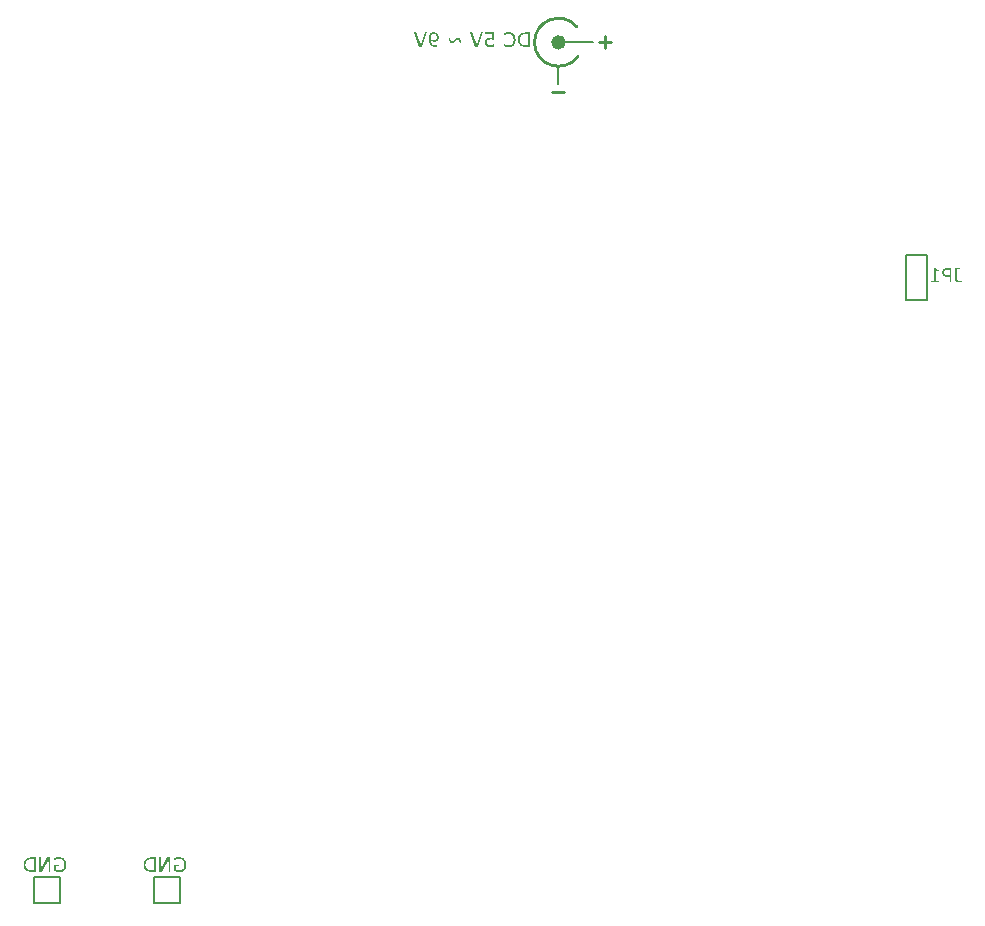
<source format=gbo>
%FSLAX25Y25*%
%MOIN*%
G70*
G01*
G75*
G04 Layer_Color=32896*
%ADD10R,0.04725X0.13779*%
%ADD11R,0.04725X0.13779*%
%ADD12R,0.06000X0.10000*%
%ADD13R,0.03500X0.03000*%
%ADD14R,0.05500X0.04000*%
%ADD15R,0.04000X0.05500*%
%ADD16R,0.06000X0.06000*%
%ADD17R,0.02756X0.05315*%
%ADD18R,0.02756X0.07087*%
G04:AMPARAMS|DCode=19|XSize=74.8mil|YSize=129.92mil|CornerRadius=0mil|HoleSize=0mil|Usage=FLASHONLY|Rotation=0.000|XOffset=0mil|YOffset=0mil|HoleType=Round|Shape=Octagon|*
%AMOCTAGOND19*
4,1,8,-0.01870,0.06496,0.01870,0.06496,0.03740,0.04626,0.03740,-0.04626,0.01870,-0.06496,-0.01870,-0.06496,-0.03740,-0.04626,-0.03740,0.04626,-0.01870,0.06496,0.0*
%
%ADD19OCTAGOND19*%

%ADD20R,0.01496X0.07874*%
%ADD21R,0.01496X0.07874*%
%ADD22O,0.06000X0.11024*%
%ADD23R,0.06000X0.11024*%
%ADD24R,0.17716X0.07874*%
%ADD25R,0.03000X0.03500*%
%ADD26R,0.10000X0.06000*%
%ADD27R,0.07500X0.10000*%
%ADD28C,0.04000*%
%ADD29C,0.01200*%
%ADD30C,0.02500*%
%ADD31C,0.02000*%
%ADD32C,0.01500*%
%ADD33C,0.05000*%
%ADD34C,0.03000*%
%ADD35C,0.08000*%
%ADD36C,0.05906*%
%ADD37R,0.05906X0.05906*%
%ADD38R,0.10236X0.10236*%
%ADD39C,0.10236*%
%ADD40R,0.05906X0.05906*%
%ADD41O,0.07874X0.15748*%
%ADD42O,0.15748X0.07874*%
%ADD43O,0.16535X0.07874*%
%ADD44C,0.06000*%
%ADD45R,0.05906X0.05906*%
%ADD46R,0.09449X0.09449*%
%ADD47C,0.09449*%
%ADD48C,0.06500*%
%ADD49C,0.02000*%
%ADD50R,0.05000X0.06000*%
%ADD51C,0.00100*%
%ADD52C,0.01000*%
%ADD53C,0.00800*%
%ADD54C,0.01600*%
%ADD55C,0.00787*%
%ADD56C,0.00600*%
%ADD57R,0.00400X0.05000*%
%ADD58R,0.05000X0.00400*%
%ADD59R,0.05525X0.14579*%
%ADD60R,0.05525X0.14579*%
%ADD61R,0.06800X0.10800*%
%ADD62R,0.04300X0.03800*%
%ADD63R,0.06300X0.04800*%
%ADD64R,0.04800X0.06300*%
%ADD65R,0.06800X0.06800*%
%ADD66R,0.03556X0.06115*%
%ADD67R,0.03556X0.07887*%
G04:AMPARAMS|DCode=68|XSize=82.8mil|YSize=137.92mil|CornerRadius=0mil|HoleSize=0mil|Usage=FLASHONLY|Rotation=0.000|XOffset=0mil|YOffset=0mil|HoleType=Round|Shape=Octagon|*
%AMOCTAGOND68*
4,1,8,-0.02070,0.06896,0.02070,0.06896,0.04140,0.04826,0.04140,-0.04826,0.02070,-0.06896,-0.02070,-0.06896,-0.04140,-0.04826,-0.04140,0.04826,-0.02070,0.06896,0.0*
%
%ADD68OCTAGOND68*%

%ADD69R,0.02296X0.08674*%
%ADD70R,0.02296X0.08674*%
%ADD71O,0.06800X0.11824*%
%ADD72R,0.06800X0.11824*%
%ADD73R,0.18517X0.08674*%
%ADD74R,0.03800X0.04300*%
%ADD75R,0.10800X0.06800*%
%ADD76R,0.08300X0.10800*%
%ADD77C,0.08800*%
%ADD78C,0.06706*%
%ADD79R,0.06706X0.06706*%
%ADD80R,0.11036X0.11036*%
%ADD81C,0.11036*%
%ADD82R,0.06706X0.06706*%
%ADD83O,0.08674X0.16548*%
%ADD84O,0.16548X0.08674*%
%ADD85O,0.17335X0.08674*%
%ADD86C,0.06800*%
%ADD87R,0.06706X0.06706*%
%ADD88R,0.10249X0.10249*%
%ADD89C,0.10249*%
%ADD90C,0.07300*%
%ADD91C,0.02800*%
%ADD92R,0.05800X0.06800*%
G36*
X283857Y-12684D02*
X283709Y-12654D01*
X283635Y-12647D01*
X283568Y-12632D01*
X283501Y-12625D01*
X283457Y-12617D01*
X283427Y-12610D01*
X283413D01*
X283213Y-12580D01*
X283124Y-12573D01*
X283035D01*
X282969Y-12565D01*
X282754D01*
X282658Y-12573D01*
X282569Y-12580D01*
X282488Y-12588D01*
X282421Y-12602D01*
X282377Y-12610D01*
X282340Y-12617D01*
X282332D01*
X282243Y-12639D01*
X282162Y-12669D01*
X282095Y-12691D01*
X282036Y-12721D01*
X281992Y-12750D01*
X281955Y-12765D01*
X281933Y-12780D01*
X281925Y-12787D01*
X281822Y-12876D01*
X281748Y-12965D01*
X281725Y-13002D01*
X281703Y-13032D01*
X281688Y-13054D01*
Y-13061D01*
X281659Y-13128D01*
X281637Y-13202D01*
X281622Y-13268D01*
X281607Y-13335D01*
Y-13394D01*
X281600Y-13439D01*
Y-13468D01*
Y-13483D01*
Y-13572D01*
X281614Y-13661D01*
X281622Y-13735D01*
X281637Y-13801D01*
X281651Y-13853D01*
X281659Y-13890D01*
X281674Y-13920D01*
Y-13927D01*
X281740Y-14060D01*
X281777Y-14112D01*
X281807Y-14164D01*
X281836Y-14201D01*
X281866Y-14230D01*
X281881Y-14245D01*
X281888Y-14253D01*
X281955Y-14312D01*
X282021Y-14356D01*
X282088Y-14393D01*
X282147Y-14430D01*
X282199Y-14452D01*
X282236Y-14467D01*
X282266Y-14482D01*
X282273D01*
X282428Y-14519D01*
X282502Y-14526D01*
X282569Y-14534D01*
X282628Y-14541D01*
X282710D01*
X282835Y-14534D01*
X282961Y-14526D01*
X283080Y-14504D01*
X283183Y-14482D01*
X283272Y-14467D01*
X283346Y-14445D01*
X283390Y-14438D01*
X283398Y-14430D01*
X283405D01*
X283531Y-14386D01*
X283649Y-14334D01*
X283753Y-14290D01*
X283842Y-14238D01*
X283916Y-14201D01*
X283975Y-14171D01*
X284005Y-14149D01*
X284019Y-14142D01*
X284064D01*
Y-14822D01*
X283968Y-14859D01*
X283864Y-14896D01*
X283768Y-14933D01*
X283672Y-14963D01*
X283583Y-14985D01*
X283516Y-15000D01*
X283472Y-15007D01*
X283464Y-15015D01*
X283457D01*
X283324Y-15044D01*
X283183Y-15059D01*
X283057Y-15074D01*
X282946Y-15089D01*
X282843D01*
X282769Y-15096D01*
X282702D01*
X282547Y-15089D01*
X282406Y-15074D01*
X282280Y-15059D01*
X282177Y-15037D01*
X282088Y-15015D01*
X282021Y-14993D01*
X281977Y-14985D01*
X281962Y-14978D01*
X281844Y-14926D01*
X281740Y-14874D01*
X281644Y-14815D01*
X281563Y-14763D01*
X281496Y-14711D01*
X281444Y-14674D01*
X281415Y-14645D01*
X281407Y-14637D01*
X281333Y-14556D01*
X281267Y-14467D01*
X281207Y-14378D01*
X281163Y-14297D01*
X281126Y-14223D01*
X281096Y-14171D01*
X281082Y-14134D01*
X281074Y-14119D01*
X281030Y-14008D01*
X281000Y-13890D01*
X280978Y-13786D01*
X280963Y-13690D01*
X280956Y-13601D01*
X280948Y-13542D01*
Y-13498D01*
Y-13483D01*
X280956Y-13335D01*
X280971Y-13194D01*
X280993Y-13076D01*
X281022Y-12980D01*
X281052Y-12898D01*
X281074Y-12839D01*
X281089Y-12802D01*
X281096Y-12787D01*
X281156Y-12684D01*
X281215Y-12595D01*
X281281Y-12521D01*
X281348Y-12454D01*
X281407Y-12403D01*
X281452Y-12358D01*
X281481Y-12336D01*
X281496Y-12329D01*
X281592Y-12269D01*
X281681Y-12218D01*
X281777Y-12181D01*
X281859Y-12144D01*
X281933Y-12121D01*
X281984Y-12107D01*
X282021Y-12092D01*
X282036D01*
X282147Y-12070D01*
X282266Y-12055D01*
X282377Y-12040D01*
X282480Y-12033D01*
X282569Y-12025D01*
X282880D01*
X282917Y-12033D01*
X282969D01*
X283072Y-12040D01*
X283161Y-12047D01*
X283191D01*
X283220Y-12055D01*
X283242D01*
Y-10782D01*
X280978D01*
Y-10220D01*
X283857D01*
Y-12684D01*
D02*
G37*
G36*
X272009Y-12033D02*
X272113Y-12047D01*
X272202Y-12070D01*
X272283Y-12099D01*
X272342Y-12129D01*
X272394Y-12151D01*
X272424Y-12166D01*
X272431Y-12173D01*
X272512Y-12232D01*
X272579Y-12299D01*
X272646Y-12358D01*
X272697Y-12417D01*
X272734Y-12477D01*
X272771Y-12521D01*
X272786Y-12551D01*
X272794Y-12558D01*
X272882Y-12750D01*
X272919Y-12847D01*
X272949Y-12928D01*
X272971Y-13002D01*
X272986Y-13061D01*
X273001Y-13098D01*
Y-13113D01*
X273038Y-13335D01*
X273053Y-13446D01*
X273060Y-13535D01*
Y-13616D01*
X273067Y-13683D01*
Y-13720D01*
Y-13727D01*
Y-13735D01*
X272535D01*
X272527Y-13624D01*
X272520Y-13513D01*
X272512Y-13416D01*
X272498Y-13328D01*
X272483Y-13246D01*
X272468Y-13172D01*
X272453Y-13106D01*
X272431Y-13046D01*
X272401Y-12943D01*
X272372Y-12876D01*
X272357Y-12839D01*
X272350Y-12824D01*
X272283Y-12728D01*
X272209Y-12654D01*
X272128Y-12602D01*
X272054Y-12573D01*
X271987Y-12551D01*
X271935Y-12543D01*
X271898Y-12536D01*
X271883D01*
X271824Y-12543D01*
X271772Y-12551D01*
X271676Y-12588D01*
X271632Y-12610D01*
X271602Y-12625D01*
X271587Y-12632D01*
X271580Y-12639D01*
X271513Y-12691D01*
X271439Y-12765D01*
X271365Y-12847D01*
X271284Y-12935D01*
X271210Y-13017D01*
X271151Y-13083D01*
X271129Y-13113D01*
X271114Y-13135D01*
X271099Y-13143D01*
Y-13150D01*
X271003Y-13261D01*
X270907Y-13357D01*
X270825Y-13439D01*
X270744Y-13498D01*
X270685Y-13542D01*
X270640Y-13579D01*
X270603Y-13594D01*
X270596Y-13601D01*
X270507Y-13646D01*
X270411Y-13675D01*
X270322Y-13698D01*
X270241Y-13712D01*
X270167Y-13720D01*
X270115Y-13727D01*
X270063D01*
X269945Y-13720D01*
X269841Y-13705D01*
X269752Y-13683D01*
X269671Y-13653D01*
X269612Y-13631D01*
X269567Y-13609D01*
X269538Y-13594D01*
X269530Y-13587D01*
X269456Y-13527D01*
X269390Y-13468D01*
X269323Y-13402D01*
X269271Y-13342D01*
X269234Y-13283D01*
X269205Y-13239D01*
X269182Y-13209D01*
X269175Y-13202D01*
X269123Y-13106D01*
X269079Y-13009D01*
X269042Y-12921D01*
X269012Y-12839D01*
X268990Y-12765D01*
X268975Y-12706D01*
X268960Y-12669D01*
Y-12654D01*
X268923Y-12425D01*
X268909Y-12321D01*
X268901Y-12225D01*
X268894Y-12144D01*
X268886Y-12077D01*
Y-12040D01*
Y-12025D01*
X269419D01*
X269434Y-12218D01*
X269449Y-12395D01*
X269478Y-12543D01*
X269508Y-12669D01*
X269538Y-12765D01*
X269567Y-12839D01*
X269582Y-12884D01*
X269589Y-12891D01*
Y-12898D01*
X269619Y-12958D01*
X269656Y-13002D01*
X269730Y-13083D01*
X269811Y-13135D01*
X269893Y-13180D01*
X269967Y-13202D01*
X270026Y-13209D01*
X270063Y-13217D01*
X270078D01*
X270144Y-13209D01*
X270211Y-13194D01*
X270278Y-13172D01*
X270329Y-13143D01*
X270374Y-13120D01*
X270403Y-13098D01*
X270426Y-13083D01*
X270433Y-13076D01*
X270500Y-13017D01*
X270566Y-12943D01*
X270640Y-12861D01*
X270707Y-12787D01*
X270766Y-12721D01*
X270810Y-12662D01*
X270840Y-12625D01*
X270855Y-12610D01*
X270958Y-12491D01*
X271047Y-12395D01*
X271136Y-12321D01*
X271210Y-12255D01*
X271277Y-12210D01*
X271321Y-12173D01*
X271358Y-12158D01*
X271365Y-12151D01*
X271454Y-12107D01*
X271550Y-12077D01*
X271639Y-12055D01*
X271721Y-12040D01*
X271795Y-12033D01*
X271846Y-12025D01*
X271898D01*
X272009Y-12033D01*
D02*
G37*
G36*
X179206Y-285131D02*
X179406Y-285153D01*
X179598Y-285183D01*
X179776Y-285227D01*
X179939Y-285279D01*
X180087Y-285331D01*
X180227Y-285397D01*
X180353Y-285456D01*
X180464Y-285516D01*
X180560Y-285575D01*
X180642Y-285634D01*
X180708Y-285686D01*
X180767Y-285730D01*
X180804Y-285760D01*
X180827Y-285782D01*
X180834Y-285789D01*
X180952Y-285923D01*
X181056Y-286056D01*
X181145Y-286204D01*
X181219Y-286352D01*
X181285Y-286507D01*
X181337Y-286655D01*
X181382Y-286803D01*
X181419Y-286944D01*
X181441Y-287077D01*
X181463Y-287203D01*
X181478Y-287314D01*
X181493Y-287410D01*
Y-287491D01*
X181500Y-287551D01*
Y-287588D01*
Y-287602D01*
X181493Y-287832D01*
X181470Y-288039D01*
X181441Y-288224D01*
X181411Y-288387D01*
X181396Y-288461D01*
X181382Y-288520D01*
X181367Y-288579D01*
X181352Y-288624D01*
X181337Y-288661D01*
X181330Y-288683D01*
X181322Y-288698D01*
Y-288705D01*
X181248Y-288875D01*
X181167Y-289023D01*
X181086Y-289156D01*
X180997Y-289267D01*
X180923Y-289356D01*
X180864Y-289423D01*
X180827Y-289467D01*
X180812Y-289475D01*
Y-289482D01*
X180686Y-289593D01*
X180553Y-289689D01*
X180420Y-289763D01*
X180294Y-289830D01*
X180183Y-289882D01*
X180094Y-289919D01*
X180064Y-289933D01*
X180042Y-289941D01*
X180027Y-289948D01*
X180020D01*
X179842Y-290000D01*
X179665Y-290037D01*
X179487Y-290059D01*
X179332Y-290074D01*
X179191Y-290089D01*
X179139D01*
X179088Y-290096D01*
X178991D01*
X178829Y-290089D01*
X178673Y-290074D01*
X178518Y-290052D01*
X178385Y-290030D01*
X178266Y-290007D01*
X178214Y-289993D01*
X178177Y-289985D01*
X178140Y-289978D01*
X178118Y-289970D01*
X178103Y-289963D01*
X178096D01*
X177926Y-289911D01*
X177763Y-289859D01*
X177622Y-289808D01*
X177489Y-289756D01*
X177386Y-289719D01*
X177304Y-289682D01*
X177275Y-289667D01*
X177252Y-289660D01*
X177245Y-289652D01*
X177238D01*
Y-287595D01*
X179147D01*
Y-288157D01*
X177867D01*
Y-289334D01*
X178052Y-289401D01*
X178140Y-289423D01*
X178229Y-289445D01*
X178303Y-289467D01*
X178362Y-289482D01*
X178399Y-289489D01*
X178414D01*
X178636Y-289526D01*
X178740Y-289534D01*
X178836Y-289541D01*
X178917Y-289549D01*
X179028D01*
X179184Y-289541D01*
X179324Y-289526D01*
X179458Y-289504D01*
X179591Y-289467D01*
X179709Y-289430D01*
X179813Y-289386D01*
X179916Y-289341D01*
X180005Y-289290D01*
X180087Y-289245D01*
X180153Y-289201D01*
X180212Y-289156D01*
X180264Y-289119D01*
X180301Y-289082D01*
X180331Y-289060D01*
X180346Y-289045D01*
X180353Y-289038D01*
X180442Y-288934D01*
X180516Y-288823D01*
X180582Y-288712D01*
X180634Y-288594D01*
X180686Y-288468D01*
X180723Y-288350D01*
X180782Y-288120D01*
X180797Y-288009D01*
X180812Y-287913D01*
X180827Y-287817D01*
X180834Y-287743D01*
X180841Y-287676D01*
Y-287632D01*
Y-287595D01*
Y-287588D01*
X180834Y-287425D01*
X180819Y-287277D01*
X180797Y-287129D01*
X180767Y-286996D01*
X180730Y-286870D01*
X180693Y-286759D01*
X180649Y-286655D01*
X180605Y-286559D01*
X180568Y-286470D01*
X180523Y-286396D01*
X180486Y-286337D01*
X180449Y-286285D01*
X180420Y-286241D01*
X180397Y-286211D01*
X180383Y-286196D01*
X180375Y-286189D01*
X180286Y-286100D01*
X180183Y-286019D01*
X180087Y-285952D01*
X179983Y-285886D01*
X179872Y-285841D01*
X179768Y-285797D01*
X179665Y-285760D01*
X179561Y-285738D01*
X179472Y-285715D01*
X179384Y-285701D01*
X179302Y-285686D01*
X179236Y-285678D01*
X179176Y-285671D01*
X178969D01*
X178851Y-285678D01*
X178747Y-285693D01*
X178651Y-285701D01*
X178577Y-285715D01*
X178518Y-285730D01*
X178481Y-285738D01*
X178466D01*
X178362Y-285760D01*
X178266Y-285789D01*
X178185Y-285819D01*
X178111Y-285841D01*
X178044Y-285863D01*
X178000Y-285886D01*
X177970Y-285893D01*
X177963Y-285900D01*
X177830Y-285974D01*
X177763Y-286004D01*
X177711Y-286041D01*
X177659Y-286071D01*
X177622Y-286093D01*
X177600Y-286108D01*
X177593Y-286115D01*
X177526Y-286159D01*
X177467Y-286196D01*
X177415Y-286226D01*
X177371Y-286256D01*
X177341Y-286278D01*
X177319Y-286293D01*
X177304Y-286307D01*
X177238D01*
Y-285560D01*
X177423Y-285479D01*
X177593Y-285405D01*
X177748Y-285353D01*
X177889Y-285301D01*
X178000Y-285271D01*
X178044Y-285257D01*
X178089Y-285242D01*
X178118Y-285234D01*
X178140D01*
X178155Y-285227D01*
X178163D01*
X178318Y-285190D01*
X178473Y-285168D01*
X178607Y-285146D01*
X178732Y-285138D01*
X178843Y-285131D01*
X178917Y-285123D01*
X178991D01*
X179206Y-285131D01*
D02*
G37*
G36*
X171207Y-290000D02*
X170000D01*
X169764Y-289993D01*
X169556Y-289985D01*
X169379Y-289970D01*
X169297Y-289963D01*
X169223Y-289956D01*
X169157Y-289948D01*
X169105Y-289941D01*
X169053Y-289933D01*
X169016Y-289926D01*
X168987Y-289919D01*
X168957Y-289911D01*
X168942D01*
X168794Y-289874D01*
X168654Y-289830D01*
X168528Y-289778D01*
X168424Y-289734D01*
X168335Y-289689D01*
X168269Y-289652D01*
X168224Y-289630D01*
X168210Y-289623D01*
X168039Y-289504D01*
X167891Y-289371D01*
X167766Y-289230D01*
X167655Y-289097D01*
X167566Y-288986D01*
X167536Y-288934D01*
X167507Y-288890D01*
X167484Y-288853D01*
X167470Y-288823D01*
X167455Y-288809D01*
Y-288801D01*
X167359Y-288594D01*
X167285Y-288394D01*
X167233Y-288194D01*
X167203Y-288009D01*
X167188Y-287928D01*
X167181Y-287854D01*
X167174Y-287787D01*
Y-287728D01*
X167166Y-287684D01*
Y-287647D01*
Y-287625D01*
Y-287617D01*
X167181Y-287366D01*
X167211Y-287136D01*
X167255Y-286929D01*
X167277Y-286840D01*
X167299Y-286759D01*
X167329Y-286677D01*
X167351Y-286611D01*
X167373Y-286559D01*
X167396Y-286507D01*
X167418Y-286470D01*
X167425Y-286441D01*
X167440Y-286426D01*
Y-286418D01*
X167551Y-286233D01*
X167677Y-286078D01*
X167803Y-285937D01*
X167921Y-285819D01*
X168032Y-285730D01*
X168121Y-285656D01*
X168158Y-285634D01*
X168180Y-285619D01*
X168195Y-285604D01*
X168202D01*
X168313Y-285538D01*
X168432Y-285486D01*
X168550Y-285434D01*
X168661Y-285397D01*
X168757Y-285368D01*
X168839Y-285345D01*
X168868Y-285331D01*
X168883D01*
X168898Y-285323D01*
X168905D01*
X169068Y-285286D01*
X169253Y-285264D01*
X169438Y-285242D01*
X169616Y-285234D01*
X169697Y-285227D01*
X169771D01*
X169838Y-285220D01*
X171207D01*
Y-290000D01*
D02*
G37*
G36*
X264076Y-10131D02*
X264195Y-10146D01*
X264313Y-10168D01*
X264424Y-10197D01*
X264624Y-10271D01*
X264713Y-10316D01*
X264794Y-10353D01*
X264868Y-10397D01*
X264927Y-10442D01*
X264987Y-10479D01*
X265031Y-10516D01*
X265068Y-10545D01*
X265098Y-10567D01*
X265112Y-10582D01*
X265120Y-10590D01*
X265201Y-10678D01*
X265275Y-10775D01*
X265342Y-10871D01*
X265401Y-10967D01*
X265445Y-11071D01*
X265482Y-11167D01*
X265542Y-11352D01*
X265564Y-11441D01*
X265579Y-11522D01*
X265586Y-11589D01*
X265593Y-11655D01*
X265601Y-11707D01*
Y-11744D01*
Y-11766D01*
Y-11774D01*
X265593Y-11929D01*
X265579Y-12062D01*
X265556Y-12188D01*
X265527Y-12292D01*
X265505Y-12380D01*
X265482Y-12447D01*
X265468Y-12484D01*
X265460Y-12499D01*
X265401Y-12610D01*
X265334Y-12706D01*
X265268Y-12787D01*
X265194Y-12861D01*
X265135Y-12921D01*
X265083Y-12958D01*
X265053Y-12987D01*
X265038Y-12995D01*
X264950Y-13054D01*
X264861Y-13106D01*
X264779Y-13143D01*
X264705Y-13172D01*
X264646Y-13194D01*
X264594Y-13209D01*
X264565Y-13224D01*
X264557D01*
X264372Y-13254D01*
X264284Y-13261D01*
X264202Y-13268D01*
X264128Y-13276D01*
X263914D01*
X263803Y-13261D01*
X263706Y-13254D01*
X263625Y-13239D01*
X263551Y-13224D01*
X263499Y-13217D01*
X263470Y-13202D01*
X263455D01*
X263351Y-13172D01*
X263255Y-13128D01*
X263159Y-13083D01*
X263070Y-13046D01*
X263003Y-13002D01*
X262944Y-12972D01*
X262907Y-12950D01*
X262892Y-12943D01*
X262907Y-13076D01*
X262929Y-13209D01*
X262959Y-13328D01*
X262989Y-13439D01*
X263026Y-13550D01*
X263063Y-13646D01*
X263107Y-13735D01*
X263144Y-13809D01*
X263188Y-13883D01*
X263225Y-13942D01*
X263262Y-13994D01*
X263292Y-14038D01*
X263322Y-14075D01*
X263344Y-14097D01*
X263351Y-14112D01*
X263359Y-14119D01*
X263440Y-14193D01*
X263521Y-14260D01*
X263610Y-14312D01*
X263699Y-14364D01*
X263795Y-14401D01*
X263884Y-14438D01*
X264062Y-14489D01*
X264143Y-14504D01*
X264224Y-14519D01*
X264291Y-14526D01*
X264350Y-14534D01*
X264402Y-14541D01*
X264469D01*
X264617Y-14534D01*
X264676Y-14526D01*
X264735Y-14519D01*
X264779D01*
X264816Y-14512D01*
X264839Y-14504D01*
X264846D01*
X264905Y-14489D01*
X264957Y-14467D01*
X265001Y-14452D01*
X265038Y-14438D01*
X265068Y-14423D01*
X265090Y-14415D01*
X265098Y-14408D01*
X265135D01*
Y-15022D01*
X265046Y-15044D01*
X264964Y-15059D01*
X264927Y-15067D01*
X264898Y-15074D01*
X264876D01*
X264765Y-15089D01*
X264661Y-15096D01*
X264557D01*
X264343Y-15089D01*
X264143Y-15067D01*
X263973Y-15037D01*
X263817Y-15000D01*
X263758Y-14985D01*
X263699Y-14963D01*
X263647Y-14948D01*
X263603Y-14933D01*
X263573Y-14919D01*
X263551Y-14911D01*
X263536Y-14904D01*
X263529D01*
X263373Y-14822D01*
X263233Y-14734D01*
X263107Y-14637D01*
X262996Y-14541D01*
X262915Y-14460D01*
X262848Y-14393D01*
X262811Y-14349D01*
X262796Y-14341D01*
Y-14334D01*
X262693Y-14193D01*
X262604Y-14045D01*
X262530Y-13905D01*
X262471Y-13764D01*
X262426Y-13646D01*
X262411Y-13594D01*
X262397Y-13550D01*
X262382Y-13520D01*
X262374Y-13490D01*
X262367Y-13476D01*
Y-13468D01*
X262315Y-13276D01*
X262278Y-13076D01*
X262256Y-12884D01*
X262234Y-12706D01*
Y-12625D01*
X262226Y-12558D01*
Y-12491D01*
X262219Y-12432D01*
Y-12388D01*
Y-12358D01*
Y-12336D01*
Y-12329D01*
X262226Y-12092D01*
X262241Y-11877D01*
X262263Y-11692D01*
X262278Y-11611D01*
X262293Y-11537D01*
X262308Y-11470D01*
X262323Y-11411D01*
X262330Y-11367D01*
X262345Y-11322D01*
X262352Y-11293D01*
X262360Y-11270D01*
X262367Y-11256D01*
Y-11248D01*
X262426Y-11100D01*
X262493Y-10960D01*
X262567Y-10841D01*
X262633Y-10745D01*
X262693Y-10664D01*
X262744Y-10604D01*
X262774Y-10575D01*
X262789Y-10560D01*
X262878Y-10486D01*
X262966Y-10419D01*
X263048Y-10360D01*
X263129Y-10316D01*
X263203Y-10279D01*
X263255Y-10257D01*
X263292Y-10242D01*
X263307Y-10234D01*
X263418Y-10197D01*
X263529Y-10168D01*
X263640Y-10153D01*
X263736Y-10138D01*
X263825Y-10131D01*
X263891Y-10123D01*
X263951D01*
X264076Y-10131D01*
D02*
G37*
G36*
X289059D02*
X289236Y-10153D01*
X289399Y-10175D01*
X289547Y-10205D01*
X289666Y-10242D01*
X289710Y-10257D01*
X289754Y-10264D01*
X289784Y-10279D01*
X289806Y-10286D01*
X289821Y-10294D01*
X289828D01*
X289984Y-10360D01*
X290124Y-10434D01*
X290250Y-10516D01*
X290354Y-10590D01*
X290443Y-10664D01*
X290509Y-10715D01*
X290546Y-10752D01*
X290561Y-10767D01*
X290672Y-10893D01*
X290768Y-11026D01*
X290850Y-11159D01*
X290916Y-11285D01*
X290968Y-11396D01*
X291012Y-11478D01*
X291027Y-11515D01*
X291035Y-11537D01*
X291042Y-11552D01*
Y-11559D01*
X291094Y-11737D01*
X291138Y-11922D01*
X291168Y-12099D01*
X291183Y-12262D01*
X291190Y-12336D01*
X291197Y-12403D01*
Y-12462D01*
X291205Y-12514D01*
Y-12558D01*
Y-12588D01*
Y-12610D01*
Y-12617D01*
X291197Y-12839D01*
X291175Y-13054D01*
X291153Y-13239D01*
X291116Y-13394D01*
X291101Y-13468D01*
X291086Y-13527D01*
X291072Y-13587D01*
X291064Y-13631D01*
X291049Y-13668D01*
X291042Y-13690D01*
X291035Y-13705D01*
Y-13712D01*
X290968Y-13883D01*
X290887Y-14031D01*
X290805Y-14164D01*
X290731Y-14275D01*
X290657Y-14364D01*
X290605Y-14430D01*
X290568Y-14475D01*
X290554Y-14489D01*
X290428Y-14600D01*
X290302Y-14689D01*
X290176Y-14771D01*
X290065Y-14837D01*
X289962Y-14882D01*
X289888Y-14919D01*
X289858Y-14933D01*
X289836Y-14941D01*
X289821Y-14948D01*
X289814D01*
X289651Y-14993D01*
X289481Y-15030D01*
X289325Y-15052D01*
X289177Y-15074D01*
X289051Y-15081D01*
X289000D01*
X288955Y-15089D01*
X288763D01*
X288674Y-15081D01*
X288585Y-15074D01*
X288511Y-15067D01*
X288452Y-15059D01*
X288400Y-15052D01*
X288371Y-15044D01*
X288363D01*
X288200Y-15007D01*
X288126Y-14993D01*
X288060Y-14978D01*
X288008Y-14963D01*
X287971Y-14956D01*
X287941Y-14948D01*
X287934D01*
X287853Y-14919D01*
X287779Y-14896D01*
X287719Y-14874D01*
X287660Y-14852D01*
X287623Y-14830D01*
X287586Y-14822D01*
X287571Y-14808D01*
X287564D01*
X287453Y-14756D01*
X287342Y-14704D01*
X287305Y-14689D01*
X287268Y-14674D01*
X287246Y-14660D01*
X287238D01*
Y-13912D01*
X287290D01*
X287423Y-14023D01*
X287557Y-14119D01*
X287682Y-14201D01*
X287801Y-14267D01*
X287897Y-14319D01*
X287978Y-14356D01*
X288008Y-14371D01*
X288030Y-14378D01*
X288038Y-14386D01*
X288045D01*
X288193Y-14438D01*
X288348Y-14475D01*
X288489Y-14504D01*
X288622Y-14519D01*
X288741Y-14534D01*
X288785D01*
X288822Y-14541D01*
X288903D01*
X289029Y-14534D01*
X289140Y-14526D01*
X289251Y-14504D01*
X289347Y-14482D01*
X289429Y-14467D01*
X289488Y-14445D01*
X289525Y-14438D01*
X289540Y-14430D01*
X289643Y-14386D01*
X289747Y-14327D01*
X289836Y-14267D01*
X289910Y-14208D01*
X289969Y-14156D01*
X290021Y-14112D01*
X290050Y-14082D01*
X290058Y-14075D01*
X290139Y-13986D01*
X290206Y-13890D01*
X290265Y-13794D01*
X290317Y-13698D01*
X290361Y-13616D01*
X290391Y-13550D01*
X290406Y-13505D01*
X290413Y-13498D01*
Y-13490D01*
X290457Y-13350D01*
X290487Y-13194D01*
X290517Y-13054D01*
X290531Y-12913D01*
X290539Y-12795D01*
Y-12743D01*
X290546Y-12699D01*
Y-12669D01*
Y-12639D01*
Y-12625D01*
Y-12617D01*
X290539Y-12440D01*
X290524Y-12284D01*
X290509Y-12136D01*
X290487Y-12010D01*
X290465Y-11907D01*
X290443Y-11833D01*
X290435Y-11803D01*
Y-11781D01*
X290428Y-11774D01*
Y-11766D01*
X290376Y-11633D01*
X290317Y-11515D01*
X290265Y-11411D01*
X290206Y-11322D01*
X290154Y-11256D01*
X290117Y-11204D01*
X290087Y-11167D01*
X290080Y-11159D01*
X289991Y-11071D01*
X289902Y-10997D01*
X289814Y-10930D01*
X289732Y-10878D01*
X289666Y-10841D01*
X289614Y-10812D01*
X289577Y-10797D01*
X289562Y-10789D01*
X289451Y-10752D01*
X289340Y-10723D01*
X289229Y-10701D01*
X289125Y-10686D01*
X289044Y-10678D01*
X288970Y-10671D01*
X288911D01*
X288748Y-10678D01*
X288593Y-10693D01*
X288452Y-10723D01*
X288326Y-10745D01*
X288223Y-10775D01*
X288141Y-10804D01*
X288112Y-10812D01*
X288089Y-10819D01*
X288082Y-10826D01*
X288075D01*
X287927Y-10886D01*
X287786Y-10960D01*
X287653Y-11041D01*
X287534Y-11115D01*
X287438Y-11189D01*
X287357Y-11248D01*
X287327Y-11270D01*
X287305Y-11285D01*
X287298Y-11293D01*
X287290Y-11300D01*
X287238D01*
Y-10545D01*
X287409Y-10464D01*
X287571Y-10397D01*
X287719Y-10338D01*
X287845Y-10294D01*
X287949Y-10264D01*
X288030Y-10234D01*
X288060Y-10227D01*
X288082D01*
X288089Y-10220D01*
X288097D01*
X288237Y-10190D01*
X288378Y-10160D01*
X288511Y-10146D01*
X288622Y-10138D01*
X288726Y-10131D01*
X288800Y-10123D01*
X288866D01*
X289059Y-10131D01*
D02*
G37*
G36*
X296000Y-15000D02*
X294794D01*
X294557Y-14993D01*
X294350Y-14985D01*
X294172Y-14970D01*
X294091Y-14963D01*
X294017Y-14956D01*
X293950Y-14948D01*
X293898Y-14941D01*
X293847Y-14933D01*
X293810Y-14926D01*
X293780Y-14919D01*
X293750Y-14911D01*
X293736D01*
X293588Y-14874D01*
X293447Y-14830D01*
X293321Y-14778D01*
X293218Y-14734D01*
X293129Y-14689D01*
X293062Y-14652D01*
X293018Y-14630D01*
X293003Y-14623D01*
X292833Y-14504D01*
X292685Y-14371D01*
X292559Y-14230D01*
X292448Y-14097D01*
X292359Y-13986D01*
X292330Y-13934D01*
X292300Y-13890D01*
X292278Y-13853D01*
X292263Y-13823D01*
X292248Y-13809D01*
Y-13801D01*
X292152Y-13594D01*
X292078Y-13394D01*
X292026Y-13194D01*
X291997Y-13009D01*
X291982Y-12928D01*
X291974Y-12854D01*
X291967Y-12787D01*
Y-12728D01*
X291960Y-12684D01*
Y-12647D01*
Y-12625D01*
Y-12617D01*
X291974Y-12366D01*
X292004Y-12136D01*
X292048Y-11929D01*
X292071Y-11840D01*
X292093Y-11759D01*
X292122Y-11677D01*
X292145Y-11611D01*
X292167Y-11559D01*
X292189Y-11507D01*
X292211Y-11470D01*
X292219Y-11441D01*
X292233Y-11426D01*
Y-11418D01*
X292344Y-11233D01*
X292470Y-11078D01*
X292596Y-10937D01*
X292714Y-10819D01*
X292825Y-10730D01*
X292914Y-10656D01*
X292951Y-10634D01*
X292973Y-10619D01*
X292988Y-10604D01*
X292996D01*
X293107Y-10538D01*
X293225Y-10486D01*
X293343Y-10434D01*
X293454Y-10397D01*
X293551Y-10368D01*
X293632Y-10345D01*
X293662Y-10331D01*
X293676D01*
X293691Y-10323D01*
X293699D01*
X293861Y-10286D01*
X294046Y-10264D01*
X294231Y-10242D01*
X294409Y-10234D01*
X294490Y-10227D01*
X294564D01*
X294631Y-10220D01*
X296000D01*
Y-15000D01*
D02*
G37*
G36*
X278662D02*
X277811D01*
X276064Y-10220D01*
X276716D01*
X278218Y-14438D01*
X279727Y-10220D01*
X280401D01*
X278662Y-15000D01*
D02*
G37*
G36*
X259962D02*
X259111D01*
X257365Y-10220D01*
X258016D01*
X259518Y-14438D01*
X261028Y-10220D01*
X261701D01*
X259962Y-15000D01*
D02*
G37*
G36*
X136128Y-290000D02*
X135536D01*
Y-285730D01*
X133271Y-290000D01*
X132479D01*
Y-285220D01*
X133071D01*
Y-289127D01*
X135143Y-285220D01*
X136128D01*
Y-290000D01*
D02*
G37*
G36*
X436507Y-93500D02*
X435871D01*
Y-91717D01*
X435242D01*
X435057Y-91709D01*
X434887Y-91694D01*
X434746Y-91680D01*
X434620Y-91657D01*
X434524Y-91635D01*
X434450Y-91613D01*
X434406Y-91606D01*
X434391Y-91598D01*
X434265Y-91546D01*
X434154Y-91487D01*
X434050Y-91428D01*
X433969Y-91369D01*
X433895Y-91310D01*
X433843Y-91265D01*
X433814Y-91236D01*
X433799Y-91228D01*
X433725Y-91154D01*
X433666Y-91073D01*
X433614Y-90991D01*
X433569Y-90917D01*
X433532Y-90858D01*
X433510Y-90806D01*
X433495Y-90777D01*
X433488Y-90762D01*
X433451Y-90658D01*
X433421Y-90555D01*
X433407Y-90451D01*
X433392Y-90362D01*
X433384Y-90288D01*
X433377Y-90222D01*
Y-90185D01*
Y-90170D01*
X433384Y-90022D01*
X433399Y-89881D01*
X433429Y-89763D01*
X433451Y-89667D01*
X433481Y-89585D01*
X433510Y-89526D01*
X433525Y-89497D01*
X433532Y-89482D01*
X433592Y-89386D01*
X433658Y-89297D01*
X433732Y-89215D01*
X433799Y-89149D01*
X433858Y-89097D01*
X433910Y-89053D01*
X433939Y-89030D01*
X433954Y-89023D01*
X434043Y-88971D01*
X434132Y-88919D01*
X434221Y-88882D01*
X434309Y-88853D01*
X434376Y-88823D01*
X434435Y-88808D01*
X434472Y-88794D01*
X434487D01*
X434605Y-88771D01*
X434724Y-88749D01*
X434850Y-88734D01*
X434961Y-88727D01*
X435064Y-88720D01*
X436507D01*
Y-93500D01*
D02*
G37*
G36*
X431187Y-88771D02*
X431201Y-88838D01*
X431216Y-88897D01*
X431238Y-88949D01*
X431253Y-88986D01*
X431268Y-89016D01*
X431275Y-89030D01*
X431283Y-89038D01*
X431349Y-89119D01*
X431431Y-89178D01*
X431460Y-89208D01*
X431490Y-89223D01*
X431505Y-89230D01*
X431512Y-89238D01*
X431564Y-89260D01*
X431616Y-89275D01*
X431734Y-89304D01*
X431786Y-89319D01*
X431830Y-89326D01*
X431860Y-89334D01*
X431867D01*
X432030Y-89349D01*
X432104Y-89356D01*
X432171D01*
X432223Y-89363D01*
X432297D01*
Y-89800D01*
X431298D01*
Y-93012D01*
X432297D01*
Y-93500D01*
X429707D01*
Y-93012D01*
X430683D01*
Y-88697D01*
X431179D01*
X431187Y-88771D01*
D02*
G37*
G36*
X439393Y-89230D02*
X438379D01*
Y-92020D01*
Y-92109D01*
X438387Y-92190D01*
Y-92264D01*
X438394Y-92323D01*
X438402Y-92375D01*
Y-92420D01*
X438409Y-92442D01*
Y-92449D01*
X438439Y-92575D01*
X438453Y-92627D01*
X438476Y-92671D01*
X438490Y-92708D01*
X438505Y-92738D01*
X438513Y-92753D01*
X438520Y-92760D01*
X438557Y-92804D01*
X438594Y-92841D01*
X438683Y-92901D01*
X438720Y-92923D01*
X438749Y-92938D01*
X438772Y-92952D01*
X438779D01*
X438846Y-92975D01*
X438927Y-92989D01*
X439001Y-93004D01*
X439075Y-93012D01*
X439142D01*
X439193Y-93019D01*
X439245D01*
X439393Y-93012D01*
X439460Y-93004D01*
X439519Y-92997D01*
X439571Y-92989D01*
X439608Y-92982D01*
X439637Y-92975D01*
X439645D01*
X439778Y-92938D01*
X439830Y-92923D01*
X439882Y-92908D01*
X439919Y-92893D01*
X439948Y-92886D01*
X439963Y-92878D01*
X440000D01*
Y-93478D01*
X439933Y-93485D01*
X439859Y-93500D01*
X439793Y-93507D01*
X439726Y-93515D01*
X439667Y-93522D01*
X439623Y-93530D01*
X439586Y-93537D01*
X439578D01*
X439489Y-93544D01*
X439401Y-93552D01*
X439334Y-93559D01*
X439275D01*
X439223Y-93567D01*
X439164D01*
X439045Y-93559D01*
X438934Y-93552D01*
X438727Y-93515D01*
X438550Y-93463D01*
X438468Y-93433D01*
X438402Y-93396D01*
X438335Y-93367D01*
X438283Y-93337D01*
X438239Y-93308D01*
X438194Y-93285D01*
X438165Y-93263D01*
X438143Y-93248D01*
X438135Y-93234D01*
X438128D01*
X438061Y-93167D01*
X438002Y-93093D01*
X437950Y-93019D01*
X437906Y-92938D01*
X437839Y-92775D01*
X437787Y-92619D01*
X437765Y-92479D01*
X437758Y-92420D01*
X437750Y-92368D01*
X437743Y-92323D01*
Y-92294D01*
Y-92272D01*
Y-92264D01*
Y-88720D01*
X439393D01*
Y-89230D01*
D02*
G37*
G36*
X131207Y-290000D02*
X130000D01*
X129764Y-289993D01*
X129556Y-289985D01*
X129379Y-289970D01*
X129297Y-289963D01*
X129223Y-289956D01*
X129157Y-289948D01*
X129105Y-289941D01*
X129053Y-289933D01*
X129016Y-289926D01*
X128987Y-289919D01*
X128957Y-289911D01*
X128942D01*
X128794Y-289874D01*
X128654Y-289830D01*
X128528Y-289778D01*
X128424Y-289734D01*
X128335Y-289689D01*
X128269Y-289652D01*
X128224Y-289630D01*
X128210Y-289623D01*
X128039Y-289504D01*
X127891Y-289371D01*
X127766Y-289230D01*
X127655Y-289097D01*
X127566Y-288986D01*
X127536Y-288934D01*
X127507Y-288890D01*
X127484Y-288853D01*
X127470Y-288823D01*
X127455Y-288809D01*
Y-288801D01*
X127359Y-288594D01*
X127285Y-288394D01*
X127233Y-288194D01*
X127203Y-288009D01*
X127188Y-287928D01*
X127181Y-287854D01*
X127174Y-287787D01*
Y-287728D01*
X127166Y-287684D01*
Y-287647D01*
Y-287625D01*
Y-287617D01*
X127181Y-287366D01*
X127211Y-287136D01*
X127255Y-286929D01*
X127277Y-286840D01*
X127299Y-286759D01*
X127329Y-286677D01*
X127351Y-286611D01*
X127373Y-286559D01*
X127396Y-286507D01*
X127418Y-286470D01*
X127425Y-286441D01*
X127440Y-286426D01*
Y-286418D01*
X127551Y-286233D01*
X127677Y-286078D01*
X127803Y-285937D01*
X127921Y-285819D01*
X128032Y-285730D01*
X128121Y-285656D01*
X128158Y-285634D01*
X128180Y-285619D01*
X128195Y-285604D01*
X128202D01*
X128313Y-285538D01*
X128432Y-285486D01*
X128550Y-285434D01*
X128661Y-285397D01*
X128757Y-285368D01*
X128839Y-285345D01*
X128868Y-285331D01*
X128883D01*
X128898Y-285323D01*
X128905D01*
X129068Y-285286D01*
X129253Y-285264D01*
X129438Y-285242D01*
X129616Y-285234D01*
X129697Y-285227D01*
X129771D01*
X129838Y-285220D01*
X131207D01*
Y-290000D01*
D02*
G37*
G36*
X176128D02*
X175536D01*
Y-285730D01*
X173271Y-290000D01*
X172479D01*
Y-285220D01*
X173071D01*
Y-289127D01*
X175143Y-285220D01*
X176128D01*
Y-290000D01*
D02*
G37*
G36*
X139206Y-285131D02*
X139406Y-285153D01*
X139598Y-285183D01*
X139776Y-285227D01*
X139939Y-285279D01*
X140087Y-285331D01*
X140227Y-285397D01*
X140353Y-285456D01*
X140464Y-285516D01*
X140560Y-285575D01*
X140642Y-285634D01*
X140708Y-285686D01*
X140767Y-285730D01*
X140804Y-285760D01*
X140827Y-285782D01*
X140834Y-285789D01*
X140952Y-285923D01*
X141056Y-286056D01*
X141145Y-286204D01*
X141219Y-286352D01*
X141285Y-286507D01*
X141337Y-286655D01*
X141382Y-286803D01*
X141419Y-286944D01*
X141441Y-287077D01*
X141463Y-287203D01*
X141478Y-287314D01*
X141493Y-287410D01*
Y-287491D01*
X141500Y-287551D01*
Y-287588D01*
Y-287602D01*
X141493Y-287832D01*
X141470Y-288039D01*
X141441Y-288224D01*
X141411Y-288387D01*
X141396Y-288461D01*
X141382Y-288520D01*
X141367Y-288579D01*
X141352Y-288624D01*
X141337Y-288661D01*
X141330Y-288683D01*
X141322Y-288698D01*
Y-288705D01*
X141248Y-288875D01*
X141167Y-289023D01*
X141086Y-289156D01*
X140997Y-289267D01*
X140923Y-289356D01*
X140864Y-289423D01*
X140827Y-289467D01*
X140812Y-289475D01*
Y-289482D01*
X140686Y-289593D01*
X140553Y-289689D01*
X140420Y-289763D01*
X140294Y-289830D01*
X140183Y-289882D01*
X140094Y-289919D01*
X140064Y-289933D01*
X140042Y-289941D01*
X140027Y-289948D01*
X140020D01*
X139842Y-290000D01*
X139665Y-290037D01*
X139487Y-290059D01*
X139332Y-290074D01*
X139191Y-290089D01*
X139139D01*
X139088Y-290096D01*
X138991D01*
X138829Y-290089D01*
X138673Y-290074D01*
X138518Y-290052D01*
X138385Y-290030D01*
X138266Y-290007D01*
X138214Y-289993D01*
X138177Y-289985D01*
X138140Y-289978D01*
X138118Y-289970D01*
X138103Y-289963D01*
X138096D01*
X137926Y-289911D01*
X137763Y-289859D01*
X137622Y-289808D01*
X137489Y-289756D01*
X137386Y-289719D01*
X137304Y-289682D01*
X137275Y-289667D01*
X137252Y-289660D01*
X137245Y-289652D01*
X137238D01*
Y-287595D01*
X139147D01*
Y-288157D01*
X137867D01*
Y-289334D01*
X138052Y-289401D01*
X138140Y-289423D01*
X138229Y-289445D01*
X138303Y-289467D01*
X138362Y-289482D01*
X138399Y-289489D01*
X138414D01*
X138636Y-289526D01*
X138740Y-289534D01*
X138836Y-289541D01*
X138917Y-289549D01*
X139028D01*
X139184Y-289541D01*
X139324Y-289526D01*
X139458Y-289504D01*
X139591Y-289467D01*
X139709Y-289430D01*
X139813Y-289386D01*
X139916Y-289341D01*
X140005Y-289290D01*
X140087Y-289245D01*
X140153Y-289201D01*
X140212Y-289156D01*
X140264Y-289119D01*
X140301Y-289082D01*
X140331Y-289060D01*
X140346Y-289045D01*
X140353Y-289038D01*
X140442Y-288934D01*
X140516Y-288823D01*
X140582Y-288712D01*
X140634Y-288594D01*
X140686Y-288468D01*
X140723Y-288350D01*
X140782Y-288120D01*
X140797Y-288009D01*
X140812Y-287913D01*
X140827Y-287817D01*
X140834Y-287743D01*
X140841Y-287676D01*
Y-287632D01*
Y-287595D01*
Y-287588D01*
X140834Y-287425D01*
X140819Y-287277D01*
X140797Y-287129D01*
X140767Y-286996D01*
X140730Y-286870D01*
X140693Y-286759D01*
X140649Y-286655D01*
X140605Y-286559D01*
X140568Y-286470D01*
X140523Y-286396D01*
X140486Y-286337D01*
X140449Y-286285D01*
X140420Y-286241D01*
X140397Y-286211D01*
X140383Y-286196D01*
X140375Y-286189D01*
X140286Y-286100D01*
X140183Y-286019D01*
X140087Y-285952D01*
X139983Y-285886D01*
X139872Y-285841D01*
X139768Y-285797D01*
X139665Y-285760D01*
X139561Y-285738D01*
X139472Y-285715D01*
X139384Y-285701D01*
X139302Y-285686D01*
X139236Y-285678D01*
X139176Y-285671D01*
X138969D01*
X138851Y-285678D01*
X138747Y-285693D01*
X138651Y-285701D01*
X138577Y-285715D01*
X138518Y-285730D01*
X138481Y-285738D01*
X138466D01*
X138362Y-285760D01*
X138266Y-285789D01*
X138185Y-285819D01*
X138111Y-285841D01*
X138044Y-285863D01*
X138000Y-285886D01*
X137970Y-285893D01*
X137963Y-285900D01*
X137830Y-285974D01*
X137763Y-286004D01*
X137711Y-286041D01*
X137659Y-286071D01*
X137622Y-286093D01*
X137600Y-286108D01*
X137593Y-286115D01*
X137526Y-286159D01*
X137467Y-286196D01*
X137415Y-286226D01*
X137371Y-286256D01*
X137341Y-286278D01*
X137319Y-286293D01*
X137304Y-286307D01*
X137238D01*
Y-285560D01*
X137423Y-285479D01*
X137593Y-285405D01*
X137748Y-285353D01*
X137889Y-285301D01*
X138000Y-285271D01*
X138044Y-285257D01*
X138089Y-285242D01*
X138118Y-285234D01*
X138140D01*
X138155Y-285227D01*
X138163D01*
X138318Y-285190D01*
X138473Y-285168D01*
X138607Y-285146D01*
X138732Y-285138D01*
X138843Y-285131D01*
X138917Y-285123D01*
X138991D01*
X139206Y-285131D01*
D02*
G37*
%LPC*%
G36*
X435871Y-89267D02*
X435131D01*
X435035Y-89275D01*
X434953Y-89282D01*
X434879Y-89289D01*
X434820Y-89297D01*
X434783Y-89304D01*
X434753Y-89312D01*
X434746D01*
X434605Y-89356D01*
X434546Y-89378D01*
X434494Y-89400D01*
X434450Y-89423D01*
X434420Y-89445D01*
X434398Y-89452D01*
X434391Y-89460D01*
X434332Y-89504D01*
X434272Y-89556D01*
X434228Y-89600D01*
X434191Y-89652D01*
X434161Y-89689D01*
X434139Y-89726D01*
X434132Y-89748D01*
X434124Y-89756D01*
X434095Y-89822D01*
X434073Y-89896D01*
X434058Y-89970D01*
X434043Y-90037D01*
Y-90096D01*
X434036Y-90140D01*
Y-90170D01*
Y-90185D01*
X434043Y-90333D01*
X434058Y-90392D01*
X434065Y-90451D01*
X434080Y-90496D01*
X434095Y-90533D01*
X434102Y-90555D01*
Y-90562D01*
X434132Y-90621D01*
X434161Y-90688D01*
X434198Y-90740D01*
X434228Y-90792D01*
X434265Y-90829D01*
X434295Y-90858D01*
X434309Y-90880D01*
X434317Y-90888D01*
X434376Y-90940D01*
X434443Y-90984D01*
X434568Y-91051D01*
X434620Y-91073D01*
X434665Y-91088D01*
X434702Y-91102D01*
X434709D01*
X434805Y-91125D01*
X434909Y-91139D01*
X435012Y-91154D01*
X435116Y-91162D01*
X435205D01*
X435271Y-91169D01*
X435871D01*
Y-89267D01*
D02*
G37*
G36*
X295364Y-10767D02*
X294609D01*
X294468Y-10775D01*
X294335Y-10789D01*
X294224Y-10797D01*
X294135Y-10812D01*
X294069Y-10826D01*
X294024Y-10834D01*
X294009D01*
X293891Y-10863D01*
X293780Y-10893D01*
X293676Y-10930D01*
X293580Y-10967D01*
X293506Y-11004D01*
X293454Y-11026D01*
X293417Y-11048D01*
X293403Y-11056D01*
X293269Y-11145D01*
X293151Y-11241D01*
X293047Y-11344D01*
X292966Y-11441D01*
X292899Y-11529D01*
X292855Y-11596D01*
X292840Y-11626D01*
X292825Y-11648D01*
X292818Y-11655D01*
Y-11663D01*
X292751Y-11811D01*
X292700Y-11973D01*
X292670Y-12129D01*
X292640Y-12277D01*
X292626Y-12410D01*
Y-12469D01*
X292618Y-12514D01*
Y-12558D01*
Y-12588D01*
Y-12602D01*
Y-12610D01*
X292626Y-12810D01*
X292648Y-12987D01*
X292677Y-13150D01*
X292707Y-13283D01*
X292744Y-13394D01*
X292759Y-13439D01*
X292774Y-13476D01*
X292788Y-13505D01*
X292796Y-13527D01*
X292803Y-13535D01*
Y-13542D01*
X292877Y-13675D01*
X292959Y-13794D01*
X293047Y-13897D01*
X293136Y-13979D01*
X293218Y-14053D01*
X293277Y-14097D01*
X293321Y-14134D01*
X293329Y-14142D01*
X293336D01*
X293447Y-14201D01*
X293558Y-14253D01*
X293662Y-14297D01*
X293758Y-14327D01*
X293839Y-14356D01*
X293906Y-14371D01*
X293950Y-14386D01*
X293965D01*
X294098Y-14408D01*
X294231Y-14423D01*
X294372Y-14438D01*
X294498Y-14445D01*
X294609D01*
X294653Y-14452D01*
X295364D01*
Y-10767D01*
D02*
G37*
G36*
X170570Y-285767D02*
X169815D01*
X169675Y-285775D01*
X169542Y-285789D01*
X169431Y-285797D01*
X169342Y-285812D01*
X169275Y-285826D01*
X169231Y-285834D01*
X169216D01*
X169098Y-285863D01*
X168987Y-285893D01*
X168883Y-285930D01*
X168787Y-285967D01*
X168713Y-286004D01*
X168661Y-286026D01*
X168624Y-286048D01*
X168609Y-286056D01*
X168476Y-286145D01*
X168358Y-286241D01*
X168254Y-286344D01*
X168173Y-286441D01*
X168106Y-286529D01*
X168062Y-286596D01*
X168047Y-286626D01*
X168032Y-286648D01*
X168025Y-286655D01*
Y-286663D01*
X167958Y-286811D01*
X167906Y-286973D01*
X167877Y-287129D01*
X167847Y-287277D01*
X167832Y-287410D01*
Y-287469D01*
X167825Y-287514D01*
Y-287558D01*
Y-287588D01*
Y-287602D01*
Y-287610D01*
X167832Y-287810D01*
X167854Y-287987D01*
X167884Y-288150D01*
X167914Y-288283D01*
X167951Y-288394D01*
X167965Y-288439D01*
X167980Y-288476D01*
X167995Y-288505D01*
X168002Y-288527D01*
X168010Y-288535D01*
Y-288542D01*
X168084Y-288675D01*
X168165Y-288794D01*
X168254Y-288897D01*
X168343Y-288979D01*
X168424Y-289053D01*
X168483Y-289097D01*
X168528Y-289134D01*
X168535Y-289142D01*
X168543D01*
X168654Y-289201D01*
X168765Y-289253D01*
X168868Y-289297D01*
X168964Y-289327D01*
X169046Y-289356D01*
X169112Y-289371D01*
X169157Y-289386D01*
X169172D01*
X169305Y-289408D01*
X169438Y-289423D01*
X169579Y-289438D01*
X169704Y-289445D01*
X169815D01*
X169860Y-289452D01*
X170570D01*
Y-285767D01*
D02*
G37*
G36*
X264002Y-10656D02*
X263958D01*
X263817Y-10664D01*
X263751Y-10678D01*
X263699Y-10686D01*
X263655Y-10701D01*
X263618Y-10715D01*
X263595Y-10723D01*
X263588D01*
X263521Y-10745D01*
X263462Y-10782D01*
X263403Y-10812D01*
X263351Y-10849D01*
X263314Y-10878D01*
X263285Y-10908D01*
X263262Y-10923D01*
X263255Y-10930D01*
X263188Y-10997D01*
X263137Y-11071D01*
X263085Y-11152D01*
X263048Y-11226D01*
X263018Y-11293D01*
X262996Y-11344D01*
X262981Y-11381D01*
X262974Y-11396D01*
X262937Y-11515D01*
X262915Y-11648D01*
X262892Y-11774D01*
X262885Y-11899D01*
X262878Y-12018D01*
X262870Y-12062D01*
Y-12107D01*
Y-12144D01*
Y-12166D01*
Y-12181D01*
Y-12188D01*
Y-12255D01*
Y-12306D01*
X262878Y-12336D01*
Y-12351D01*
X262885Y-12403D01*
Y-12440D01*
Y-12469D01*
Y-12484D01*
X263055Y-12565D01*
X263137Y-12602D01*
X263218Y-12625D01*
X263277Y-12647D01*
X263329Y-12662D01*
X263359Y-12676D01*
X263373D01*
X263558Y-12713D01*
X263640Y-12728D01*
X263721Y-12736D01*
X263780D01*
X263832Y-12743D01*
X263877D01*
X264025Y-12736D01*
X264091D01*
X264143Y-12728D01*
X264195Y-12721D01*
X264232D01*
X264254Y-12713D01*
X264261D01*
X264380Y-12676D01*
X264432Y-12654D01*
X264483Y-12632D01*
X264520Y-12610D01*
X264550Y-12595D01*
X264565Y-12588D01*
X264572Y-12580D01*
X264646Y-12528D01*
X264705Y-12469D01*
X264757Y-12410D01*
X264794Y-12358D01*
X264831Y-12314D01*
X264853Y-12277D01*
X264861Y-12255D01*
X264868Y-12247D01*
X264898Y-12173D01*
X264913Y-12092D01*
X264927Y-12003D01*
X264942Y-11929D01*
Y-11855D01*
X264950Y-11803D01*
Y-11766D01*
Y-11751D01*
X264935Y-11566D01*
X264905Y-11404D01*
X264868Y-11270D01*
X264816Y-11152D01*
X264765Y-11063D01*
X264728Y-10997D01*
X264698Y-10960D01*
X264683Y-10945D01*
X264572Y-10849D01*
X264454Y-10775D01*
X264335Y-10723D01*
X264217Y-10693D01*
X264113Y-10671D01*
X264032Y-10664D01*
X264002Y-10656D01*
D02*
G37*
G36*
X130570Y-285767D02*
X129815D01*
X129675Y-285775D01*
X129542Y-285789D01*
X129431Y-285797D01*
X129342Y-285812D01*
X129275Y-285826D01*
X129231Y-285834D01*
X129216D01*
X129098Y-285863D01*
X128987Y-285893D01*
X128883Y-285930D01*
X128787Y-285967D01*
X128713Y-286004D01*
X128661Y-286026D01*
X128624Y-286048D01*
X128609Y-286056D01*
X128476Y-286145D01*
X128358Y-286241D01*
X128254Y-286344D01*
X128173Y-286441D01*
X128106Y-286529D01*
X128062Y-286596D01*
X128047Y-286626D01*
X128032Y-286648D01*
X128025Y-286655D01*
Y-286663D01*
X127958Y-286811D01*
X127906Y-286973D01*
X127877Y-287129D01*
X127847Y-287277D01*
X127832Y-287410D01*
Y-287469D01*
X127825Y-287514D01*
Y-287558D01*
Y-287588D01*
Y-287602D01*
Y-287610D01*
X127832Y-287810D01*
X127854Y-287987D01*
X127884Y-288150D01*
X127914Y-288283D01*
X127951Y-288394D01*
X127965Y-288439D01*
X127980Y-288476D01*
X127995Y-288505D01*
X128002Y-288527D01*
X128010Y-288535D01*
Y-288542D01*
X128084Y-288675D01*
X128165Y-288794D01*
X128254Y-288897D01*
X128343Y-288979D01*
X128424Y-289053D01*
X128483Y-289097D01*
X128528Y-289134D01*
X128535Y-289142D01*
X128543D01*
X128654Y-289201D01*
X128765Y-289253D01*
X128868Y-289297D01*
X128964Y-289327D01*
X129046Y-289356D01*
X129112Y-289371D01*
X129157Y-289386D01*
X129172D01*
X129305Y-289408D01*
X129438Y-289423D01*
X129579Y-289438D01*
X129704Y-289445D01*
X129815D01*
X129860Y-289452D01*
X130570D01*
Y-285767D01*
D02*
G37*
%LPD*%
D30*
X306618Y-13500D02*
G03*
X306618Y-13500I-1118J0D01*
G01*
D52*
X311692Y-8434D02*
G03*
X311951Y-18231I-6192J-5066D01*
G01*
X307500Y-30001D02*
X303501D01*
X323000Y-13501D02*
X319001D01*
X321001Y-11502D02*
Y-15500D01*
D53*
X130669Y-300331D02*
X139331D01*
X130669D02*
Y-291669D01*
X139331D01*
Y-300331D02*
Y-291669D01*
X421500Y-99500D02*
X428500D01*
X421500D02*
Y-84500D01*
X428500D01*
Y-99500D02*
Y-84500D01*
X170669Y-300331D02*
X179331D01*
X170669D02*
Y-291669D01*
X179331D01*
Y-300331D02*
Y-291669D01*
D56*
X305500Y-27500D02*
Y-22000D01*
X307000Y-13500D02*
X317000D01*
M02*

</source>
